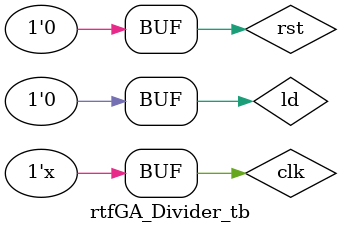
<source format=v>
module rtfGA_Divider(rst, clk, ld, abort, sgn, sgnus, a, b, qo, ro, dvByZr, done, idle);
parameter WID=28;
parameter DIV=3'd3;
parameter IDLE=3'd4;
parameter DONE=3'd5;
input clk;
input rst;
input ld;
input abort;
input sgn;
input sgnus;
input [WID-1:0] a;
input [WID-1:0] b;
output [WID-1:0] qo;
reg [WID-1:0] qo;
output [WID-1:0] ro;
reg [WID-1:0] ro;
output done;
output idle;
output dvByZr;
reg dvByZr;

reg [WID-1:0] aa,bb;
reg so;
reg [2:0] state;
reg [7:0] cnt;
wire cnt_done = cnt==8'd0;
assign done = state==DONE||(state==IDLE && !ld);
assign idle = state==IDLE;
reg ce1;
reg [WID-1:0] q;
reg [WID:0] r;
wire b0 = bb <= r;
wire [WID-1:0] r1 = b0 ? r - bb : r;

initial begin
    q = 32'd0;
    r = 32'd0;
    qo = 32'd0;
    ro = 32'd0;
end

always @(posedge clk)
if (rst) begin
	aa <= {WID{1'b0}};
	bb <= {WID{1'b0}};
	q <= {WID{1'b0}};
	r <= {WID{1'b0}};
	qo <= {WID{1'b0}};
	ro <= {WID{1'b0}};
	cnt <= 8'd0;
	dvByZr <= 1'b0;
	state <= IDLE;
end
else
begin
if (abort)
    cnt <= 8'd00;
else if (!cnt_done)
	cnt <= cnt - 8'd1;

case(state)
IDLE:
	if (ld) begin
		if (sgn) begin
			q <= a[WID-1] ? -a : a;
			bb <= b[WID-1] ? -b : b;
			so <= a[WID-1] ^ b[WID-1];
		end
		else if (sgnus) begin
			q <= a[WID-1] ? -a : a;
            bb <= b;
            so <= a[WID-1];
		end
		else begin
			q <= a;
			bb <= b;
			so <= 1'b0;
			$display("bb=%d", b);
		end
		dvByZr <= b=={WID{1'b0}};
		r <= {WID{1'b0}};
		cnt <= WID+1;
		state <= DIV;
	end
DIV:
	if (!cnt_done) begin
		$display("cnt:%d r1=%h q[63:0]=%h", cnt,r1,q);
		q <= {q[WID-2:0],b0};
		r <= {r1,q[WID-1]};
	end
	else begin
		$display("cnt:%d r1=%h q[63:0]=%h", cnt,r1,q);
		if (sgn|sgnus) begin
			if (so) begin
				qo <= -q;
				ro <= -r[WID:1];
			end
			else begin
				qo <= q;
				ro <= r[WID:1];
			end
		end
		else begin
			qo <= q;
			ro <= r[WID:1];
		end
		state <= DONE;
	end
DONE:
	state <= IDLE;
default: state <= IDLE;
endcase
end

endmodule

module rtfGA_Divider_tb();
parameter WID=64;
reg rst;
reg clk;
reg ld;
wire done;
wire [WID-1:0] qo,ro;

initial begin
	clk = 1;
	rst = 0;
	#100 rst = 1;
	#100 rst = 0;
	#100 ld = 1;
	#150 ld = 0;
end

always #10 clk = ~clk;	//  50 MHz

rtfGA_Divider #(WID) u1
(
	.rst(rst),
	.clk(clk),
	.ld(ld),
	.sgn(1'b1),
	.isDivi(1'b0),
	.a(28'd10005),
	.b(28'd27),
	.imm(28'd123),
	.qo(qo),
	.ro(ro),
	.dvByZr(),
	.done(done)
);

endmodule


</source>
